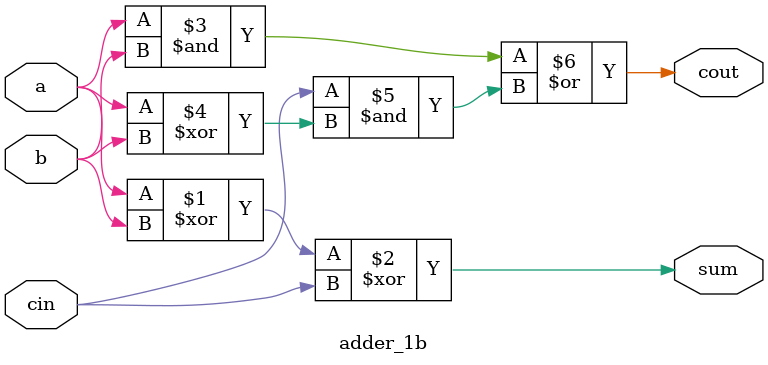
<source format=sv>
`timescale 1ns/1ps

module adder_1b
(
        input   logic   a, b, cin,
        output  logic   sum, cout
);

assign sum = a ^ b ^ cin;
assign cout = (a & b) | (cin & (a ^ b));

endmodule:adder_1b

</source>
